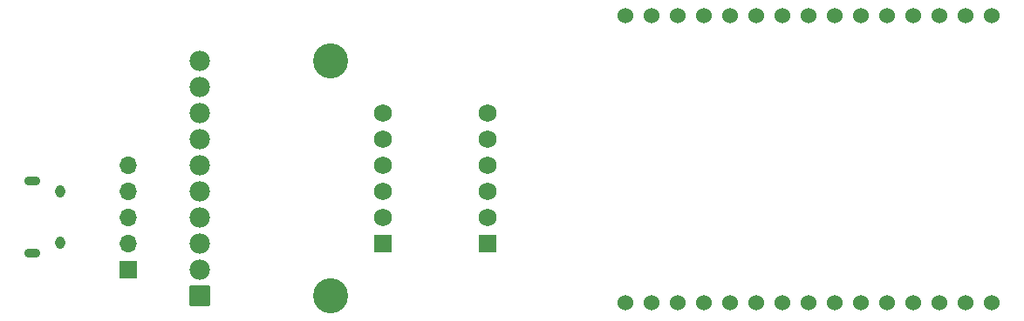
<source format=gbr>
%TF.GenerationSoftware,KiCad,Pcbnew,8.0.4*%
%TF.CreationDate,2024-08-26T16:43:06+08:00*%
%TF.ProjectId,ESP8266_Calib_Module,45535038-3236-4365-9f43-616c69625f4d,rev?*%
%TF.SameCoordinates,Original*%
%TF.FileFunction,Soldermask,Bot*%
%TF.FilePolarity,Negative*%
%FSLAX46Y46*%
G04 Gerber Fmt 4.6, Leading zero omitted, Abs format (unit mm)*
G04 Created by KiCad (PCBNEW 8.0.4) date 2024-08-26 16:43:06*
%MOMM*%
%LPD*%
G01*
G04 APERTURE LIST*
G04 Aperture macros list*
%AMRoundRect*
0 Rectangle with rounded corners*
0 $1 Rounding radius*
0 $2 $3 $4 $5 $6 $7 $8 $9 X,Y pos of 4 corners*
0 Add a 4 corners polygon primitive as box body*
4,1,4,$2,$3,$4,$5,$6,$7,$8,$9,$2,$3,0*
0 Add four circle primitives for the rounded corners*
1,1,$1+$1,$2,$3*
1,1,$1+$1,$4,$5*
1,1,$1+$1,$6,$7*
1,1,$1+$1,$8,$9*
0 Add four rect primitives between the rounded corners*
20,1,$1+$1,$2,$3,$4,$5,0*
20,1,$1+$1,$4,$5,$6,$7,0*
20,1,$1+$1,$6,$7,$8,$9,0*
20,1,$1+$1,$8,$9,$2,$3,0*%
G04 Aperture macros list end*
%ADD10C,1.524000*%
%ADD11C,1.728000*%
%ADD12RoundRect,0.102000X0.762000X0.762000X-0.762000X0.762000X-0.762000X-0.762000X0.762000X-0.762000X0*%
%ADD13O,1.550000X0.890000*%
%ADD14O,0.950000X1.250000*%
%ADD15RoundRect,0.102000X-0.889000X0.889000X-0.889000X-0.889000X0.889000X-0.889000X0.889000X0.889000X0*%
%ADD16C,1.982000*%
%ADD17C,3.404000*%
%ADD18R,1.700000X1.700000*%
%ADD19O,1.700000X1.700000*%
G04 APERTURE END LIST*
D10*
%TO.C,U4*%
X83975000Y-59970000D03*
X86515000Y-59970000D03*
X89055000Y-59970000D03*
X91595000Y-59970000D03*
X94135000Y-59970000D03*
X96675000Y-59970000D03*
X99215000Y-59970000D03*
X101755000Y-59970000D03*
X104295000Y-59970000D03*
X106835000Y-59970000D03*
X109375000Y-59970000D03*
X111915000Y-59970000D03*
X114455000Y-59970000D03*
X116995000Y-59970000D03*
X119535000Y-59970000D03*
X119535000Y-32030000D03*
X116995000Y-32030000D03*
X114455000Y-32030000D03*
X111915000Y-32030000D03*
X109375000Y-32030000D03*
X106835000Y-32030000D03*
X104295000Y-32030000D03*
X101755000Y-32030000D03*
X99215000Y-32030000D03*
X96675000Y-32030000D03*
X94135000Y-32030000D03*
X91595000Y-32030000D03*
X89055000Y-32030000D03*
X86515000Y-32030000D03*
X83975000Y-32030000D03*
%TD*%
D11*
%TO.C,U2*%
X60455000Y-46610000D03*
X70615000Y-46610000D03*
X60455000Y-49150000D03*
D12*
X60455000Y-54230000D03*
D11*
X60455000Y-51690000D03*
X60455000Y-44070000D03*
X60455000Y-41530000D03*
X70615000Y-49150000D03*
D12*
X70615000Y-54230000D03*
D11*
X70615000Y-51690000D03*
X70615000Y-44070000D03*
X70615000Y-41530000D03*
%TD*%
D13*
%TO.C,J2*%
X26410000Y-48130000D03*
D14*
X29110000Y-49130000D03*
X29110000Y-54130000D03*
D13*
X26410000Y-55130000D03*
%TD*%
D15*
%TO.C,U3*%
X42617500Y-59310000D03*
D16*
X42617500Y-56770000D03*
X42617500Y-54230000D03*
X42617500Y-51690000D03*
X42617500Y-49150000D03*
X42617500Y-46610000D03*
X42617500Y-44070000D03*
X42617500Y-41530000D03*
X42617500Y-38990000D03*
X42617500Y-36450000D03*
D17*
X55317500Y-36450000D03*
X55317500Y-59310000D03*
%TD*%
D18*
%TO.C,J1*%
X35725000Y-56755000D03*
D19*
X35725000Y-54215000D03*
X35725000Y-51675000D03*
X35725000Y-49135000D03*
X35725000Y-46595000D03*
%TD*%
M02*

</source>
